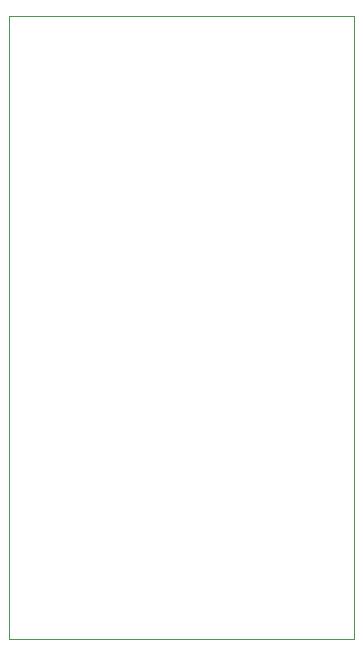
<source format=gm1>
G04 #@! TF.FileFunction,Profile,NP*
%FSLAX46Y46*%
G04 Gerber Fmt 4.6, Leading zero omitted, Abs format (unit mm)*
G04 Created by KiCad (PCBNEW 4.0.2+dfsg1-stable) date Thu 29 Mar 2018 13:44:33 BST*
%MOMM*%
G01*
G04 APERTURE LIST*
%ADD10C,0.100000*%
G04 APERTURE END LIST*
D10*
X196215000Y-90170000D02*
X196215000Y-142875000D01*
X167005000Y-90170000D02*
X196215000Y-90170000D01*
X167005000Y-142875000D02*
X167005000Y-90170000D01*
X196215000Y-142875000D02*
X167005000Y-142875000D01*
M02*

</source>
